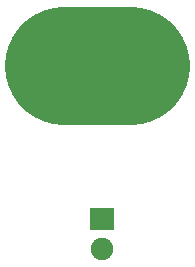
<source format=gbl>
%TF.GenerationSoftware,KiCad,Pcbnew,4.0.5-e0-6337~49~ubuntu16.04.1*%
%TF.CreationDate,2017-04-01T19:42:10-07:00*%
%TF.ProjectId,throwie-layers,7468726F7769652D6C61796572732E6B,1.0*%
%TF.FileFunction,Copper,L2,Bot,Signal*%
%FSLAX46Y46*%
G04 Gerber Fmt 4.6, Leading zero omitted, Abs format (unit mm)*
G04 Created by KiCad (PCBNEW 4.0.5-e0-6337~49~ubuntu16.04.1) date Sat Apr  1 19:42:10 2017*
%MOMM*%
%LPD*%
G01*
G04 APERTURE LIST*
%ADD10C,0.350000*%
%ADD11R,2.000000X1.900000*%
%ADD12C,1.900000*%
%ADD13C,10.000000*%
%ADD14C,0.350000*%
G04 APERTURE END LIST*
D10*
D11*
X61013340Y-41592500D03*
D12*
X61013340Y-44132500D03*
D13*
X57785000Y-28575000D02*
X63500000Y-28575000D01*
D14*
X61013340Y-41592500D03*
X61013340Y-44132500D03*
M02*

</source>
